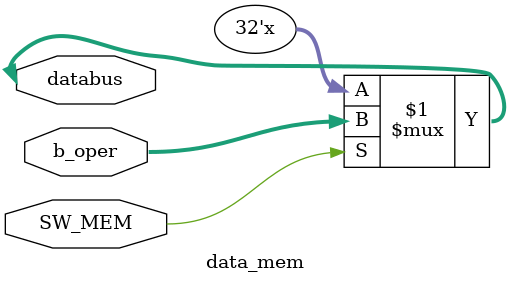
<source format=v>
`timescale 1ns / 1ps


module data_mem(b_oper, databus, SW_MEM);
    inout[31:0] databus;
    input[31:0] b_oper;
    input SW_MEM;
    
    assign databus = SW_MEM ?  b_oper : 32'bz;
    
endmodule

</source>
